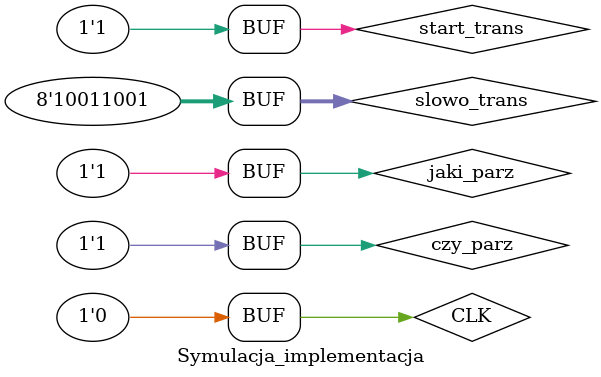
<source format=v>
`timescale 1ns / 1ps
module Symulacja_implementacja;

	// Inputs
	reg [7:0] slowo_trans;
	reg start_trans;
	reg CLK;
	reg czy_parz;
	reg jaki_parz;

	// Outputs
	wire transmisja;
	wire wyjscie_trans;

	// Instantiate the Unit Under Test (UUT)
	main uut (
		.slowo_trans(slowo_trans), 
		.start_trans(start_trans), 
		.CLK(CLK), 
		.czy_parz(czy_parz), 
		.jaki_parz(jaki_parz), 
		.transmisja(transmisja), 
		.wyjscie_trans(wyjscie_trans)
	);

	initial begin
		// Initialize Inputs
		slowo_trans = 8'b10011001;
		start_trans = 0;
		CLK = 0;
		czy_parz = 1;
		jaki_parz = 1;

				// Wait 100 ns for global reset to finish
		 
		#100;
		
		start_trans = 0;
		CLK = 1;
		
		#50;
		start_trans = 1;
		CLK = 0;
		
		#50
		CLK = 1;
		#50
		CLK = 0;
		#50
		CLK = 1;
		#50
		CLK = 0;
		#50
		CLK = 1;
		#50
		CLK = 0;
		#50
		CLK = 1;
		#50
		CLK = 0;
		#50
		CLK = 1;
		#50
		CLK = 0;
		#50
		CLK = 1;
		#50
		CLK = 0;
		#50
		CLK = 1;
		#50
		CLK = 0;
		#50
		CLK = 1;
		#50
		CLK = 0;
		#50
		CLK = 1;
		#50
		CLK = 0;
		#50
		CLK = 1;
		#50
		CLK = 0;
		#50
		CLK = 1;
		#50
		CLK = 0;
		#50
		CLK = 1;
		#50
		CLK = 0;
		#50
		CLK = 1;
		#50
		CLK = 0;
		#50
		CLK = 1;
		#50
		CLK = 0;
		#50
		CLK = 1;
		#50
		CLK = 0;
		#50
		CLK = 1;
		#50
		CLK = 0;
		#50
		CLK = 1;
		#50
		CLK = 0;
		#50
		CLK = 1;
		#50
		CLK = 0;
		#50
		CLK = 1;
		#50
		CLK = 0;
		#50
		CLK = 1;
		#50
		CLK = 0;
		#50
		CLK = 1;
		#50
		CLK = 0;
		#50
		CLK = 1;
		#50
		CLK = 0;
		#50
		CLK = 1;
		#50
		CLK = 0;
		#50
		CLK = 1;
		#50
		CLK = 0;
		#50
		CLK = 1;
		#50
		CLK = 0;
		#50
		CLK = 1;
		#50
		CLK = 0;
		#50
		CLK = 1;
		#50
		CLK = 0;
		#50
		CLK = 1;
		#50
		CLK = 0;
		#50
		CLK = 1;
		#50
		CLK = 0;
		#50
		CLK = 1;
		#50
		CLK = 0;
		#50
		CLK = 1;
		#50
		CLK = 0;
		#50
		CLK = 1;
		#50
		CLK = 0;
		#50
		CLK = 1;
		#50
		CLK = 0;
		#50
		CLK = 1;
		#50
		CLK = 0;
		#50
		CLK = 1;
		#50
		CLK = 0;
		#50
		CLK = 1;
		#50
		CLK = 0;
		#50
		CLK = 1;
		#50
		CLK = 0;
		#50
		CLK = 1;
		#50
		CLK = 0;
		#50
		CLK = 1;
		#50
		CLK = 0;
		#50
		CLK = 1;
		#50
		CLK = 0;

	end
      
endmodule


</source>
